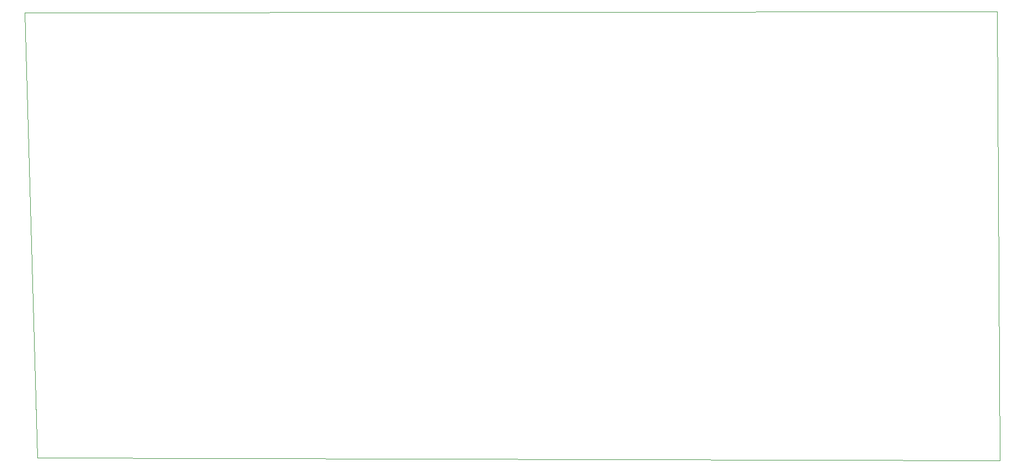
<source format=gbr>
G04 #@! TF.GenerationSoftware,KiCad,Pcbnew,(5.1.2-1)-1*
G04 #@! TF.CreationDate,2021-03-06T08:10:20-07:00*
G04 #@! TF.ProjectId,audio_quad_minimal,61756469-6f5f-4717-9561-645f6d696e69,rev?*
G04 #@! TF.SameCoordinates,Original*
G04 #@! TF.FileFunction,Profile,NP*
%FSLAX46Y46*%
G04 Gerber Fmt 4.6, Leading zero omitted, Abs format (unit mm)*
G04 Created by KiCad (PCBNEW (5.1.2-1)-1) date 2021-03-06 08:10:20*
%MOMM*%
%LPD*%
G04 APERTURE LIST*
%ADD10C,0.050000*%
G04 APERTURE END LIST*
D10*
X39306500Y-112522000D02*
X37338000Y-43878500D01*
X187642500Y-112966500D02*
X39306500Y-112522000D01*
X187198000Y-43688000D02*
X187642500Y-112966500D01*
X37338000Y-43878500D02*
X187198000Y-43688000D01*
M02*

</source>
